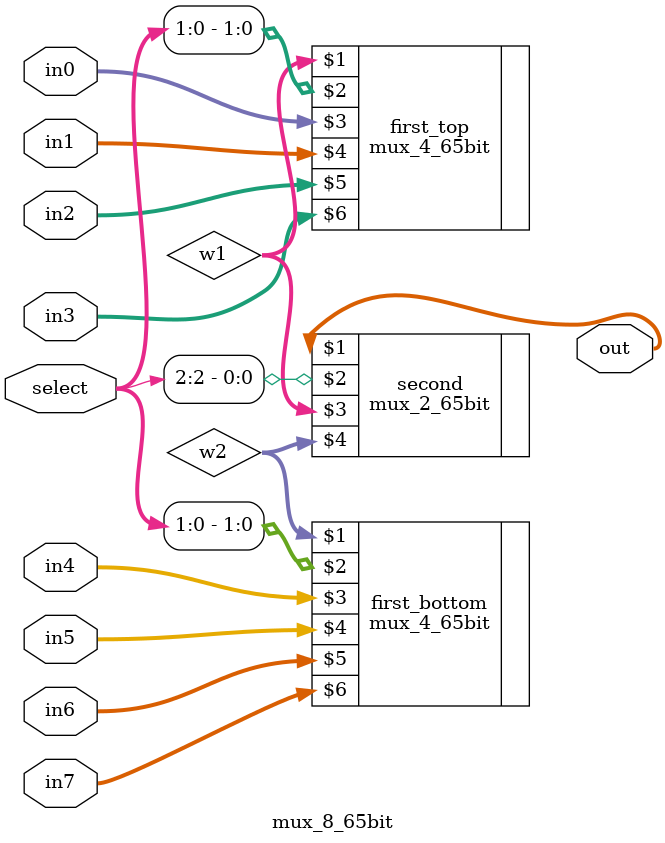
<source format=v>
module mux_8_65bit(out, select, in0, in1, in2, in3, in4, in5, in6, in7);
	
	input [2:0] select;
	input [64:0] in0, in1, in2, in3, in4, in5, in6, in7;
	output [64:0] out;
	wire [64:0] w1, w2;
	
	mux_4_65bit first_top(w1, select[1:0], in0, in1, in2, in3);
	mux_4_65bit first_bottom(w2, select[1:0], in4, in5, in6, in7);
	mux_2_65bit second(out, select[2], w1, w2);
	
endmodule
	
	
	

</source>
